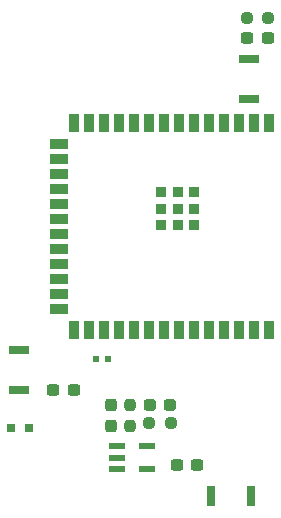
<source format=gbr>
%TF.GenerationSoftware,KiCad,Pcbnew,8.0.5*%
%TF.CreationDate,2025-04-10T23:54:11-07:00*%
%TF.ProjectId,ESP32,45535033-322e-46b6-9963-61645f706362,rev?*%
%TF.SameCoordinates,Original*%
%TF.FileFunction,Paste,Top*%
%TF.FilePolarity,Positive*%
%FSLAX46Y46*%
G04 Gerber Fmt 4.6, Leading zero omitted, Abs format (unit mm)*
G04 Created by KiCad (PCBNEW 8.0.5) date 2025-04-10 23:54:11*
%MOMM*%
%LPD*%
G01*
G04 APERTURE LIST*
G04 Aperture macros list*
%AMRoundRect*
0 Rectangle with rounded corners*
0 $1 Rounding radius*
0 $2 $3 $4 $5 $6 $7 $8 $9 X,Y pos of 4 corners*
0 Add a 4 corners polygon primitive as box body*
4,1,4,$2,$3,$4,$5,$6,$7,$8,$9,$2,$3,0*
0 Add four circle primitives for the rounded corners*
1,1,$1+$1,$2,$3*
1,1,$1+$1,$4,$5*
1,1,$1+$1,$6,$7*
1,1,$1+$1,$8,$9*
0 Add four rect primitives between the rounded corners*
20,1,$1+$1,$2,$3,$4,$5,0*
20,1,$1+$1,$4,$5,$6,$7,0*
20,1,$1+$1,$6,$7,$8,$9,0*
20,1,$1+$1,$8,$9,$2,$3,0*%
G04 Aperture macros list end*
%ADD10R,1.320800X0.508000*%
%ADD11R,0.475000X0.500000*%
%ADD12R,0.787400X0.787400*%
%ADD13R,0.900000X1.500000*%
%ADD14R,1.500000X0.900000*%
%ADD15R,0.900000X0.900000*%
%ADD16RoundRect,0.237500X0.250000X0.237500X-0.250000X0.237500X-0.250000X-0.237500X0.250000X-0.237500X0*%
%ADD17R,1.700000X0.800000*%
%ADD18RoundRect,0.237500X-0.300000X-0.237500X0.300000X-0.237500X0.300000X0.237500X-0.300000X0.237500X0*%
%ADD19R,0.800000X1.700000*%
%ADD20RoundRect,0.237500X0.300000X0.237500X-0.300000X0.237500X-0.300000X-0.237500X0.300000X-0.237500X0*%
%ADD21RoundRect,0.237500X-0.287500X-0.237500X0.287500X-0.237500X0.287500X0.237500X-0.287500X0.237500X0*%
%ADD22RoundRect,0.237500X0.237500X-0.287500X0.237500X0.287500X-0.237500X0.287500X-0.237500X-0.287500X0*%
%ADD23RoundRect,0.237500X-0.237500X0.250000X-0.237500X-0.250000X0.237500X-0.250000X0.237500X0.250000X0*%
G04 APERTURE END LIST*
D10*
%TO.C,U4*%
X121564600Y-145339999D03*
X121564600Y-146290000D03*
X121564600Y-147240001D03*
X124155400Y-147240001D03*
X124155400Y-145339999D03*
%TD*%
D11*
%TO.C,R6*%
X119820000Y-137960000D03*
X120844000Y-137960000D03*
%TD*%
D12*
%TO.C,D2*%
X114150000Y-143790000D03*
X112651400Y-143790000D03*
%TD*%
D13*
%TO.C,U2*%
X134460000Y-117950000D03*
X133190000Y-117950000D03*
X131920000Y-117950000D03*
X130650000Y-117950000D03*
X129380000Y-117950000D03*
X128110000Y-117950000D03*
X126840000Y-117950000D03*
X125570000Y-117950000D03*
X124300000Y-117950000D03*
X123030000Y-117950000D03*
X121760000Y-117950000D03*
X120490000Y-117950000D03*
X119220000Y-117950000D03*
X117950000Y-117950000D03*
D14*
X116700000Y-119715000D03*
X116700000Y-120985000D03*
X116700000Y-122255000D03*
X116700000Y-123525000D03*
X116700000Y-124795000D03*
X116700000Y-126065000D03*
X116700000Y-127335000D03*
X116700000Y-128605000D03*
X116700000Y-129875000D03*
X116700000Y-131145000D03*
X116700000Y-132415000D03*
X116700000Y-133685000D03*
D13*
X117950000Y-135450000D03*
X119220000Y-135450000D03*
X120490000Y-135450000D03*
X121760000Y-135450000D03*
X123030000Y-135450000D03*
X124300000Y-135450000D03*
X125570000Y-135450000D03*
X126840000Y-135450000D03*
X128110000Y-135450000D03*
X129380000Y-135450000D03*
X130650000Y-135450000D03*
X131920000Y-135450000D03*
X133190000Y-135450000D03*
X134460000Y-135450000D03*
D15*
X128140000Y-123800000D03*
X128140000Y-125200000D03*
X128140000Y-126600000D03*
X126740000Y-123800000D03*
X126740000Y-125200000D03*
X126740000Y-126600000D03*
X125340000Y-123800000D03*
X125340000Y-125200000D03*
X125340000Y-126600000D03*
%TD*%
D16*
%TO.C,R3*%
X134412500Y-109090000D03*
X132587500Y-109090000D03*
%TD*%
D17*
%TO.C,SW2*%
X113330000Y-137190000D03*
X113330000Y-140590004D03*
%TD*%
D18*
%TO.C,C6*%
X126635000Y-146890000D03*
X128360000Y-146890000D03*
%TD*%
D17*
%TO.C,SW1*%
X132750000Y-112549998D03*
X132750000Y-115950002D03*
%TD*%
D18*
%TO.C,C3*%
X116212496Y-140562500D03*
X117937496Y-140562500D03*
%TD*%
D19*
%TO.C,SW3*%
X132950000Y-149510000D03*
X129549996Y-149510000D03*
%TD*%
D20*
%TO.C,C2*%
X134362500Y-110750000D03*
X132637500Y-110750000D03*
%TD*%
D21*
%TO.C,D4*%
X126122500Y-141830000D03*
X124372500Y-141830000D03*
%TD*%
D16*
%TO.C,R12*%
X124337500Y-143360000D03*
X126162500Y-143360000D03*
%TD*%
D22*
%TO.C,D5*%
X121120000Y-141825000D03*
X121120000Y-143575000D03*
%TD*%
D23*
%TO.C,R13*%
X122690000Y-141797500D03*
X122690000Y-143622500D03*
%TD*%
M02*

</source>
